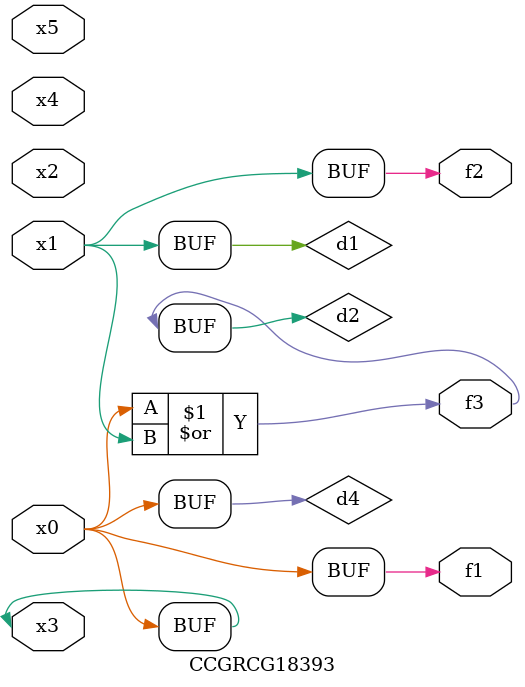
<source format=v>
module CCGRCG18393(
	input x0, x1, x2, x3, x4, x5,
	output f1, f2, f3
);

	wire d1, d2, d3, d4;

	and (d1, x1);
	or (d2, x0, x1);
	nand (d3, x0, x5);
	buf (d4, x0, x3);
	assign f1 = d4;
	assign f2 = d1;
	assign f3 = d2;
endmodule

</source>
